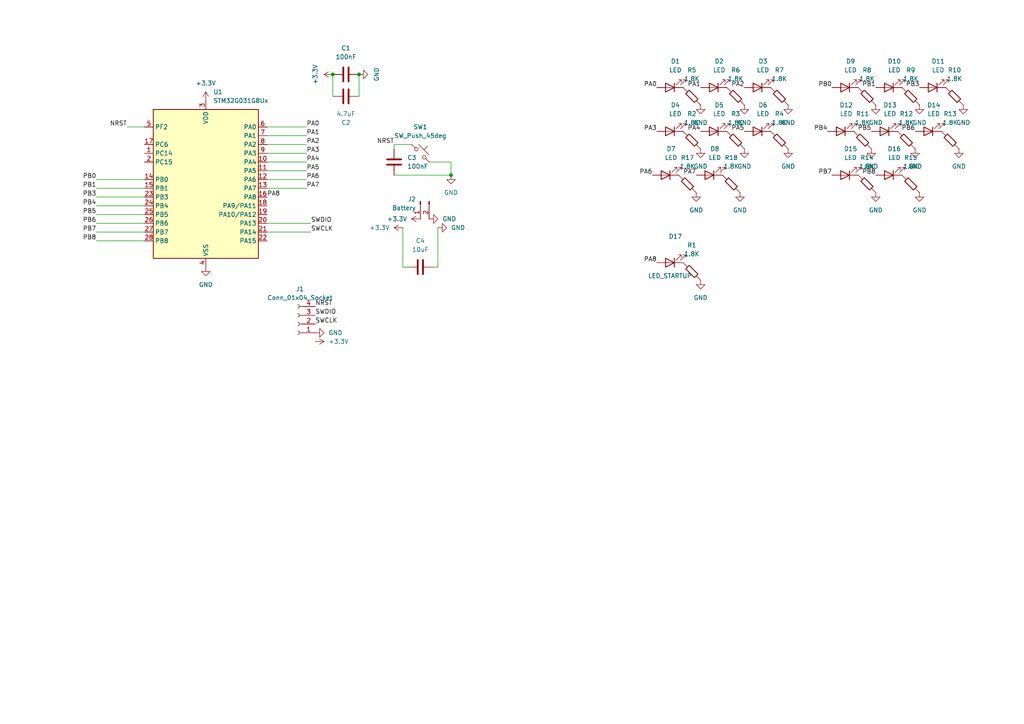
<source format=kicad_sch>
(kicad_sch (version 20250114) (generator "eeschema") (generator_version "9.0")
  (paper "A4")
  (lib_symbols
    (symbol "Connector:Conn_01x02_Pin" (pin_names (offset 1.016) (hide yes))
      (property "Reference" "J" (at 0 2.54 0))
      (property "Value" "Conn_01x02_Pin" (at 0 -5.08 0))
      (symbol "Conn_01x02_Pin_1_1"
        (rectangle (start 0.8636 0.127) (end 0 -0.127) (stroke (width 0.1524)) (fill (type outline)))
        (rectangle (start 0.8636 -2.413) (end 0 -2.667) (stroke (width 0.1524)) (fill (type outline)))
        (polyline (pts (xy 1.27 0) (xy 0.8636 0)) (stroke (width 0.1524)))
        (polyline (pts (xy 1.27 -2.54) (xy 0.8636 -2.54)) (stroke (width 0.1524)))
        (pin passive line (at 5.08 0 180) (length 3.81) (name "Pin_1") (number "1"))
        (pin passive line (at 5.08 -2.54 180) (length 3.81) (name "Pin_2") (number "2"))
      )
    )
    (symbol "Connector:Conn_01x04_Socket" (pin_names (offset 1.016) (hide yes))
      (property "Reference" "J" (at 0 5.08 0))
      (property "Value" "Conn_01x04_Socket" (at 0 -7.62 0))
      (symbol "Conn_01x04_Socket_1_1"
        (polyline (pts (xy -1.27 2.54) (xy -0.508 2.54)) (stroke (width 0.1524)))
        (polyline (pts (xy -1.27 0) (xy -0.508 0)) (stroke (width 0.1524)))
        (polyline (pts (xy -1.27 -2.54) (xy -0.508 -2.54)) (stroke (width 0.1524)))
        (polyline (pts (xy -1.27 -5.08) (xy -0.508 -5.08)) (stroke (width 0.1524)))
        (arc (start 0 2.032) (mid -0.5058 2.54) (end 0 3.048) (stroke (width 0.1524)))
        (arc (start 0 -0.508) (mid -0.5058 0) (end 0 0.508) (stroke (width 0.1524)))
        (arc (start 0 -3.048) (mid -0.5058 -2.54) (end 0 -2.032) (stroke (width 0.1524)))
        (arc (start 0 -5.588) (mid -0.5058 -5.08) (end 0 -4.572) (stroke (width 0.1524)))
        (pin passive line (at -5.08 2.54 0) (length 3.81) (name "Pin_1") (number "1"))
        (pin passive line (at -5.08 0 0) (length 3.81) (name "Pin_2") (number "2"))
        (pin passive line (at -5.08 -2.54 0) (length 3.81) (name "Pin_3") (number "3"))
        (pin passive line (at -5.08 -5.08 0) (length 3.81) (name "Pin_4") (number "4"))
      )
    )
    (symbol "Device:C" (pin_numbers (hide yes)) (pin_names (offset 0.254))
      (property "Reference" "C" (at 0.635 2.54 0))
      (property "Value" "C" (at 0.635 -2.54 0))
      (symbol "C_0_1"
        (polyline (pts (xy -2.032 0.762) (xy 2.032 0.762)) (stroke (width 0.508)))
        (polyline (pts (xy -2.032 -0.762) (xy 2.032 -0.762)) (stroke (width 0.508)))
      )
      (symbol "C_1_1"
        (pin passive line (at 0 3.81 270) (length 2.794) (name "~") (number "1"))
        (pin passive line (at 0 -3.81 90) (length 2.794) (name "~") (number "2"))
      )
    )
    (symbol "Device:LED" (pin_numbers (hide yes)) (pin_names (offset 1.016) (hide yes))
      (property "Reference" "D" (at 0 2.54 0))
      (property "Value" "LED" (at 0 -2.54 0))
      (symbol "LED_0_1"
        (polyline (pts (xy -3.048 -0.762) (xy -4.572 -2.286) (xy -3.81 -2.286) (xy -4.572 -2.286) (xy -4.572 -1.524)))
        (polyline (pts (xy -1.778 -0.762) (xy -3.302 -2.286) (xy -2.54 -2.286) (xy -3.302 -2.286) (xy -3.302 -1.524)))
        (polyline (pts (xy -1.27 0) (xy 1.27 0)))
        (polyline (pts (xy -1.27 -1.27) (xy -1.27 1.27)) (stroke (width 0.254)))
        (polyline (pts (xy 1.27 -1.27) (xy 1.27 1.27) (xy -1.27 0) (xy 1.27 -1.27)) (stroke (width 0.254)))
      )
      (symbol "LED_1_1"
        (pin passive line (at -3.81 0 0) (length 2.54) (name "K") (number "1"))
        (pin passive line (at 3.81 0 180) (length 2.54) (name "A") (number "2"))
      )
    )
    (symbol "Device:R_45deg" (pin_numbers (hide yes)) (pin_names (offset 0))
      (property "Reference" "R" (at 5.08 2.54 0))
      (property "Value" "R_45deg" (at 8.255 0.635 0))
      (symbol "R_45deg_0_1"
        (polyline (pts (xy -2.54 2.54) (xy -1.27 1.27)))
        (polyline (pts (xy 1.27 -1.27) (xy 2.54 -2.54)))
      )
      (symbol "R_45deg_1_1"
        (polyline (pts (xy -1.778 0.762) (xy 0.762 -1.778) (xy 1.778 -0.762) (xy -0.762 1.778) (xy -1.778 0.762)) (stroke (width 0.254)))
        (pin passive line (at -2.54 2.54 0) (length 0) (name "~") (number "1"))
        (pin passive line (at 2.54 -2.54 180) (length 0) (name "~") (number "2"))
      )
    )
    (symbol "MCU_ST_STM32G0:STM32G031G8Ux"
      (property "Reference" "U" (at -15.24 24.13 0))
      (property "Value" "STM32G031G8Ux" (at 2.54 24.13 0))
      (symbol "STM32G031G8Ux_0_1"
        (rectangle (start -15.24 -20.32) (end 15.24 22.86) (stroke (width 0.254)) (fill (type background)))
      )
      (symbol "STM32G031G8Ux_1_1"
        (pin bidirectional line (at -17.78 17.78 0) (length 2.54) (name "PF2") (number "5"))
        (pin bidirectional line (at -17.78 12.7 0) (length 2.54) (name "PC6") (number "17"))
        (pin bidirectional line (at -17.78 10.16 0) (length 2.54) (name "PC14") (number "1"))
        (pin bidirectional line (at -17.78 7.62 0) (length 2.54) (name "PC15") (number "2"))
        (pin bidirectional line (at -17.78 2.54 0) (length 2.54) (name "PB0") (number "14"))
        (pin bidirectional line (at -17.78 0 0) (length 2.54) (name "PB1") (number "15"))
        (pin bidirectional line (at -17.78 -2.54 0) (length 2.54) (name "PB3") (number "23"))
        (pin bidirectional line (at -17.78 -5.08 0) (length 2.54) (name "PB4") (number "24"))
        (pin bidirectional line (at -17.78 -7.62 0) (length 2.54) (name "PB5") (number "25"))
        (pin bidirectional line (at -17.78 -10.16 0) (length 2.54) (name "PB6") (number "26"))
        (pin bidirectional line (at -17.78 -12.7 0) (length 2.54) (name "PB7") (number "27"))
        (pin bidirectional line (at -17.78 -15.24 0) (length 2.54) (name "PB8") (number "28"))
        (pin power_in line (at 0 25.4 270) (length 2.54) (name "VDD") (number "3"))
        (pin power_in line (at 0 -22.86 90) (length 2.54) (name "VSS") (number "4"))
        (pin bidirectional line (at 17.78 17.78 180) (length 2.54) (name "PA0") (number "6"))
        (pin bidirectional line (at 17.78 15.24 180) (length 2.54) (name "PA1") (number "7"))
        (pin bidirectional line (at 17.78 12.7 180) (length 2.54) (name "PA2") (number "8"))
        (pin bidirectional line (at 17.78 10.16 180) (length 2.54) (name "PA3") (number "9"))
        (pin bidirectional line (at 17.78 7.62 180) (length 2.54) (name "PA4") (number "10"))
        (pin bidirectional line (at 17.78 5.08 180) (length 2.54) (name "PA5") (number "11"))
        (pin bidirectional line (at 17.78 2.54 180) (length 2.54) (name "PA6") (number "12"))
        (pin bidirectional line (at 17.78 0 180) (length 2.54) (name "PA7") (number "13"))
        (pin bidirectional line (at 17.78 -2.54 180) (length 2.54) (name "PA8") (number "16"))
        (pin bidirectional line (at 17.78 -5.08 180) (length 2.54) (name "PA9/PA11") (number "18"))
        (pin bidirectional line (at 17.78 -7.62 180) (length 2.54) (name "PA10/PA12") (number "19"))
        (pin bidirectional line (at 17.78 -10.16 180) (length 2.54) (name "PA13") (number "20"))
        (pin bidirectional line (at 17.78 -12.7 180) (length 2.54) (name "PA14") (number "21"))
        (pin bidirectional line (at 17.78 -15.24 180) (length 2.54) (name "PA15") (number "22"))
      )
    )
    (symbol "Switch:SW_Push_45deg" (pin_numbers (hide yes)) (pin_names (offset 1.016) (hide yes))
      (property "Reference" "SW" (at 3.048 1.016 0))
      (property "Value" "SW_Push_45deg" (at 0 -3.81 0))
      (symbol "SW_Push_45deg_0_1"
        (polyline (pts (xy -2.54 2.54) (xy -1.524 1.524) (xy -1.524 1.524)))
        (circle (center -1.1684 1.1684) (radius 0.508))
        (polyline (pts (xy -0.508 2.54) (xy 2.54 -0.508)))
        (polyline (pts (xy 1.016 1.016) (xy 2.032 2.032)))
        (circle (center 1.143 -1.1938) (radius 0.508))
        (polyline (pts (xy 1.524 -1.524) (xy 2.54 -2.54) (xy 2.54 -2.54) (xy 2.54 -2.54)))
        (pin passive line (at -2.54 2.54 0) (length 0) (name "1") (number "1"))
        (pin passive line (at 2.54 -2.54 180) (length 0) (name "2") (number "2"))
      )
    )
    (symbol "power:+3.3V" (power) (pin_numbers (hide yes)) (pin_names (offset 0) (hide yes))
      (property "Value" "+3.3V" (at 0 3.556 0))
      (symbol "+3.3V_0_1"
        (polyline (pts (xy -0.762 1.27) (xy 0 2.54)))
        (polyline (pts (xy 0 2.54) (xy 0.762 1.27)))
        (polyline (pts (xy 0 0) (xy 0 2.54)))
      )
      (symbol "+3.3V_1_1"
        (pin power_in line (at 0 0 90) (length 0) (name "~") (number "1"))
      )
    )
    (symbol "power:GND" (power) (pin_numbers (hide yes)) (pin_names (offset 0) (hide yes))
      (property "Value" "GND" (at 0 -3.81 0))
      (symbol "GND_0_1"
        (polyline (pts (xy 0 0) (xy 0 -1.27) (xy 1.27 -1.27) (xy 0 -2.54) (xy -1.27 -1.27) (xy 0 -1.27)))
      )
      (symbol "GND_1_1"
        (pin power_in line (at 0 0 270) (length 0) (name "~") (number "1"))
      )
    )
  )
  (junction (at 104.14 21.59))
  (junction (at 130.81 50.8))
  (junction (at 96.52 21.59))
  (wire (pts (xy 130.81 46.99) (xy 124.46 46.99)))
  (wire (pts (xy 90.17 67.31) (xy 77.47 67.31)))
  (wire (pts (xy 88.9 39.37) (xy 77.47 39.37)))
  (wire (pts (xy 88.9 54.61) (xy 77.47 54.61)))
  (wire (pts (xy 114.3 43.18) (xy 114.3 41.91)))
  (wire (pts (xy 27.94 67.31) (xy 41.91 67.31)))
  (wire (pts (xy 88.9 44.45) (xy 77.47 44.45)))
  (wire (pts (xy 88.9 52.07) (xy 77.47 52.07)))
  (wire (pts (xy 130.81 50.8) (xy 130.81 46.99)))
  (wire (pts (xy 27.94 64.77) (xy 41.91 64.77)))
  (wire (pts (xy 104.14 21.59) (xy 104.14 27.94)))
  (wire (pts (xy 27.94 52.07) (xy 41.91 52.07)))
  (wire (pts (xy 88.9 49.53) (xy 77.47 49.53)))
  (wire (pts (xy 88.9 46.99) (xy 77.47 46.99)))
  (wire (pts (xy 114.3 50.8) (xy 130.81 50.8)))
  (wire (pts (xy 90.17 64.77) (xy 77.47 64.77)))
  (wire (pts (xy 27.94 54.61) (xy 41.91 54.61)))
  (wire (pts (xy 116.84 66.04) (xy 116.84 77.47)))
  (wire (pts (xy 116.84 77.47) (xy 118.11 77.47)))
  (wire (pts (xy 127 66.04) (xy 127 77.47)))
  (wire (pts (xy 27.94 69.85) (xy 41.91 69.85)))
  (wire (pts (xy 88.9 36.83) (xy 77.47 36.83)))
  (wire (pts (xy 36.83 36.83) (xy 41.91 36.83)))
  (wire (pts (xy 27.94 62.23) (xy 41.91 62.23)))
  (wire (pts (xy 96.52 21.59) (xy 96.52 27.94)))
  (wire (pts (xy 27.94 59.69) (xy 41.91 59.69)))
  (wire (pts (xy 127 77.47) (xy 125.73 77.47)))
  (wire (pts (xy 27.94 57.15) (xy 41.91 57.15)))
  (wire (pts (xy 114.3 41.91) (xy 119.38 41.91)))
  (wire (pts (xy 88.9 41.91) (xy 77.47 41.91)))
  (label "PB4" (at 240.03 38.1 180))
  (label "PB8" (at 254 50.8 180))
  (label "PB1" (at 27.94 54.61 180))
  (label "PB3" (at 27.94 57.15 180))
  (label "PA2" (at 215.9 25.4 180))
  (label "PA0" (at 88.9 36.83 0))
  (label "PA1" (at 203.2 25.4 180))
  (label "SWDIO" (at 91.44 91.44 0))
  (label "PB6" (at 265.43 38.1 180))
  (label "PA1" (at 88.9 39.37 0))
  (label "PA2" (at 88.9 41.91 0))
  (label "PA7" (at 88.9 54.61 0))
  (label "PA3" (at 190.5 38.1 180))
  (label "PA0" (at 190.5 25.4 180))
  (label "NRST" (at 36.83 36.83 180))
  (label "PB3" (at 266.7 25.4 180))
  (label "SWCLK" (at 90.17 67.31 0))
  (label "PB7" (at 241.3 50.8 180))
  (label "PB0" (at 27.94 52.07 180))
  (label "PA8" (at 77.47 57.15 0))
  (label "PB8" (at 27.94 69.85 180))
  (label "SWCLK" (at 91.44 93.98 0))
  (label "PA7" (at 201.93 50.8 180))
  (label "PB5" (at 27.94 62.23 180))
  (label "PA5" (at 215.9 38.1 180))
  (label "SWDIO" (at 90.17 64.77 0))
  (label "PA6" (at 189.23 50.8 180))
  (label "PB1" (at 254 25.4 180))
  (label "PB6" (at 27.94 64.77 180))
  (label "PA4" (at 88.9 46.99 0))
  (label "PB4" (at 27.94 59.69 180))
  (label "PA4" (at 203.2 38.1 180))
  (label "PA3" (at 88.9 44.45 0))
  (label "NRST" (at 114.3 41.91 180))
  (label "PB0" (at 241.3 25.4 180))
  (label "PA5" (at 88.9 49.53 0))
  (label "PA6" (at 88.9 52.07 0))
  (label "PA8" (at 190.5 76.2 180))
  (label "NRST" (at 91.44 88.9 0))
  (label "PB5" (at 252.73 38.1 180))
  (label "PB7" (at 27.94 67.31 180))
  (symbol (lib_id "Device:LED") (at 193.04 50.8 180) (unit 1)
    (property "Reference" "D7" (at 194.6275 43.18 0))
    (property "Value" "LED" (at 194.6275 45.72 0))
    (property "Footprint" "LED_SMD:LED_0603_1608Metric" (effects (hide yes)))
    (property "Description" "Light emitting diode" (effects (hide yes)))
    (property "Sim.Pins" "1=K 2=A" (effects (hide yes)))
  )
  (symbol (lib_id "power:GND") (at 252.73 43.18 0) (unit 1)
    (property "Reference" "#PWR018" (effects (hide yes)))
    (property "Value" "GND" (at 252.73 48.26 0))
    (property "Description" "Power symbol creates a global label with name \"GND\" , ground" (effects (hide yes)))
  )
  (symbol (lib_id "power:GND") (at 104.14 21.59 90) (unit 1)
    (property "Reference" "#PWR04" (effects (hide yes)))
    (property "Value" "GND" (at 109.22 21.59 0))
    (property "Description" "Power symbol creates a global label with name \"GND\" , ground" (effects (hide yes)))
  )
  (symbol (lib_id "power:GND") (at 203.2 81.28 0) (unit 1)
    (property "Reference" "#PWR08" (effects (hide yes)))
    (property "Value" "GND" (at 203.2 86.36 0))
    (property "Description" "Power symbol creates a global label with name \"GND\" , ground" (effects (hide yes)))
  )
  (symbol (lib_id "Device:LED") (at 245.11 25.4 180) (unit 1)
    (property "Reference" "D9" (at 246.6975 17.78 0))
    (property "Value" "LED" (at 246.6975 20.32 0))
    (property "Footprint" "LED_SMD:LED_0603_1608Metric" (effects (hide yes)))
    (property "Description" "Light emitting diode" (effects (hide yes)))
    (property "Sim.Pins" "1=K 2=A" (effects (hide yes)))
  )
  (symbol (lib_id "power:GND") (at 266.7 30.48 0) (unit 1)
    (property "Reference" "#PWR016" (effects (hide yes)))
    (property "Value" "GND" (at 266.7 35.56 0))
    (property "Description" "Power symbol creates a global label with name \"GND\" , ground" (effects (hide yes)))
  )
  (symbol (lib_id "MCU_ST_STM32G0:STM32G031G8Ux") (at 59.69 54.61 0) (unit 1)
    (property "Reference" "U1" (at 61.8333 26.67 0) (effects (justify left)))
    (property "Value" "STM32G031G8Ux" (at 61.8333 29.21 0) (effects (justify left)))
    (property "Footprint" "Package_DFN_QFN:QFN-28_4x4mm_P0.5mm" (effects (hide yes)))
    (property "Datasheet" "https://www.st.com/resource/en/datasheet/stm32g031g8.pdf" (effects (hide yes)))
    (property "Description" "STMicroelectronics Arm Cortex-M0+ MCU, 64KB flash, 8KB RAM, 64 MHz, 1.7-3.6V, 26 GPIO, UFQFPN28" (effects (hide yes)))
  )
  (symbol (lib_id "Device:R_45deg") (at 250.19 40.64 0) (unit 1)
    (property "Reference" "R11" (at 250.19 33.02 0))
    (property "Value" "1.8K" (at 250.19 35.56 0))
    (property "Footprint" "Resistor_SMD:R_0402_1005Metric" (effects (hide yes)))
    (property "Description" "Resistor, rotated by 45°" (effects (hide yes)))
  )
  (symbol (lib_id "Device:R_45deg") (at 199.39 53.34 0) (unit 1)
    (property "Reference" "R17" (at 199.39 45.72 0))
    (property "Value" "1.8K" (at 199.39 48.26 0))
    (property "Footprint" "Resistor_SMD:R_0402_1005Metric" (effects (hide yes)))
    (property "Description" "Resistor, rotated by 45°" (effects (hide yes)))
  )
  (symbol (lib_id "Device:R_45deg") (at 264.16 53.34 0) (unit 1)
    (property "Reference" "R15" (at 264.16 45.72 0))
    (property "Value" "1.8K" (at 264.16 48.26 0))
    (property "Footprint" "Resistor_SMD:R_0402_1005Metric" (effects (hide yes)))
    (property "Description" "Resistor, rotated by 45°" (effects (hide yes)))
  )
  (symbol (lib_id "power:GND") (at 91.44 96.52 90) (unit 1)
    (property "Reference" "#PWR023" (effects (hide yes)))
    (property "Value" "GND" (at 95.25 96.5199 90) (effects (justify right)))
    (property "Description" "Power symbol creates a global label with name \"GND\" , ground" (effects (hide yes)))
  )
  (symbol (lib_id "power:GND") (at 124.46 63.5 90) (unit 1)
    (property "Reference" "#PWR027" (effects (hide yes)))
    (property "Value" "GND" (at 128.27 63.4999 90) (effects (justify right)))
    (property "Description" "Power symbol creates a global label with name \"GND\" , ground" (effects (hide yes)))
  )
  (symbol (lib_id "power:+3.3V") (at 91.44 99.06 270) (unit 1)
    (property "Reference" "#PWR026" (effects (hide yes)))
    (property "Value" "+3.3V" (at 95.25 99.0599 90) (effects (justify left)))
    (property "Description" "Power symbol creates a global label with name \"+3.3V\"" (effects (hide yes)))
  )
  (symbol (lib_id "Device:R_45deg") (at 200.66 78.74 0) (unit 1)
    (property "Reference" "R1" (at 200.66 71.12 0))
    (property "Value" "1.8K" (at 200.66 73.66 0))
    (property "Footprint" "Resistor_SMD:R_0402_1005Metric" (effects (hide yes)))
    (property "Description" "Resistor, rotated by 45°" (effects (hide yes)))
  )
  (symbol (lib_id "Device:LED") (at 205.74 50.8 180) (unit 1)
    (property "Reference" "D8" (at 207.3275 43.18 0))
    (property "Value" "LED" (at 207.3275 45.72 0))
    (property "Footprint" "LED_SMD:LED_0603_1608Metric" (effects (hide yes)))
    (property "Description" "Light emitting diode" (effects (hide yes)))
    (property "Sim.Pins" "1=K 2=A" (effects (hide yes)))
  )
  (symbol (lib_id "Device:R_45deg") (at 200.66 40.64 0) (unit 1)
    (property "Reference" "R2" (at 200.66 33.02 0))
    (property "Value" "1.8K" (at 200.66 35.56 0))
    (property "Footprint" "Resistor_SMD:R_0402_1005Metric" (effects (hide yes)))
    (property "Description" "Resistor, rotated by 45°" (effects (hide yes)))
  )
  (symbol (lib_id "power:GND") (at 130.81 50.8 0) (unit 1)
    (property "Reference" "#PWR05" (effects (hide yes)))
    (property "Value" "GND" (at 130.81 55.88 0))
    (property "Description" "Power symbol creates a global label with name \"GND\" , ground" (effects (hide yes)))
  )
  (symbol (lib_id "Device:LED") (at 219.71 25.4 180) (unit 1)
    (property "Reference" "D3" (at 221.2975 17.78 0))
    (property "Value" "LED" (at 221.2975 20.32 0))
    (property "Footprint" "LED_SMD:LED_0603_1608Metric" (effects (hide yes)))
    (property "Description" "Light emitting diode" (effects (hide yes)))
    (property "Sim.Pins" "1=K 2=A" (effects (hide yes)))
  )
  (symbol (lib_id "power:GND") (at 203.2 43.18 0) (unit 1)
    (property "Reference" "#PWR09" (effects (hide yes)))
    (property "Value" "GND" (at 203.2 48.26 0))
    (property "Description" "Power symbol creates a global label with name \"GND\" , ground" (effects (hide yes)))
  )
  (symbol (lib_id "Device:R_45deg") (at 226.06 27.94 0) (unit 1)
    (property "Reference" "R7" (at 226.06 20.32 0))
    (property "Value" "1.8K" (at 226.06 22.86 0))
    (property "Footprint" "Resistor_SMD:R_0402_1005Metric" (effects (hide yes)))
    (property "Description" "Resistor, rotated by 45°" (effects (hide yes)))
  )
  (symbol (lib_id "Device:LED") (at 257.81 50.8 180) (unit 1)
    (property "Reference" "D16" (at 259.3975 43.18 0))
    (property "Value" "LED" (at 259.3975 45.72 0))
    (property "Footprint" "LED_SMD:LED_0603_1608Metric" (effects (hide yes)))
    (property "Description" "Light emitting diode" (effects (hide yes)))
    (property "Sim.Pins" "1=K 2=A" (effects (hide yes)))
  )
  (symbol (lib_id "Device:C") (at 100.33 27.94 90) (mirror x) (unit 1)
    (property "Reference" "C2" (at 100.33 35.56 90))
    (property "Value" "4.7uF" (at 100.33 33.02 90))
    (property "Footprint" "Capacitor_SMD:C_0805_2012Metric" (effects (hide yes)))
    (property "Description" "Unpolarized capacitor" (effects (hide yes)))
  )
  (symbol (lib_id "Device:R_45deg") (at 200.66 27.94 0) (unit 1)
    (property "Reference" "R5" (at 200.66 20.32 0))
    (property "Value" "1.8K" (at 200.66 22.86 0))
    (property "Footprint" "Resistor_SMD:R_0402_1005Metric" (effects (hide yes)))
    (property "Description" "Resistor, rotated by 45°" (effects (hide yes)))
  )
  (symbol (lib_id "Device:C") (at 114.3 46.99 180) (unit 1)
    (property "Reference" "C3" (at 118.11 45.7199 0) (effects (justify right)))
    (property "Value" "100nF" (at 118.11 48.2599 0) (effects (justify right)))
    (property "Footprint" "Capacitor_SMD:C_0603_1608Metric" (effects (hide yes)))
    (property "Description" "Unpolarized capacitor" (effects (hide yes)))
  )
  (symbol (lib_id "power:GND") (at 254 30.48 0) (unit 1)
    (property "Reference" "#PWR015" (effects (hide yes)))
    (property "Value" "GND" (at 254 35.56 0))
    (property "Description" "Power symbol creates a global label with name \"GND\" , ground" (effects (hide yes)))
  )
  (symbol (lib_id "power:GND") (at 127 66.04 90) (unit 1)
    (property "Reference" "#PWR07" (effects (hide yes)))
    (property "Value" "GND" (at 130.81 66.0399 90) (effects (justify right)))
    (property "Description" "Power symbol creates a global label with name \"GND\" , ground" (effects (hide yes)))
  )
  (symbol (lib_id "power:+3.3V") (at 121.92 63.5 90) (unit 1)
    (property "Reference" "#PWR028" (effects (hide yes)))
    (property "Value" "+3.3V" (at 118.11 63.4999 90) (effects (justify left)))
    (property "Description" "Power symbol creates a global label with name \"+3.3V\"" (effects (hide yes)))
  )
  (symbol (lib_id "Device:LED") (at 243.84 38.1 180) (unit 1)
    (property "Reference" "D12" (at 245.4275 30.48 0))
    (property "Value" "LED" (at 245.4275 33.02 0))
    (property "Footprint" "LED_SMD:LED_0603_1608Metric" (effects (hide yes)))
    (property "Description" "Light emitting diode" (effects (hide yes)))
    (property "Sim.Pins" "1=K 2=A" (effects (hide yes)))
  )
  (symbol (lib_id "Device:C") (at 100.33 21.59 90) (unit 1)
    (property "Reference" "C1" (at 100.33 13.97 90))
    (property "Value" "100nF" (at 100.33 16.51 90))
    (property "Footprint" "Capacitor_SMD:C_0603_1608Metric" (effects (hide yes)))
    (property "Description" "Unpolarized capacitor" (effects (hide yes)))
  )
  (symbol (lib_id "Device:R_45deg") (at 251.46 27.94 0) (unit 1)
    (property "Reference" "R8" (at 251.46 20.32 0))
    (property "Value" "1.8K" (at 251.46 22.86 0))
    (property "Footprint" "Resistor_SMD:R_0402_1005Metric" (effects (hide yes)))
    (property "Description" "Resistor, rotated by 45°" (effects (hide yes)))
  )
  (symbol (lib_id "power:GND") (at 228.6 43.18 0) (unit 1)
    (property "Reference" "#PWR011" (effects (hide yes)))
    (property "Value" "GND" (at 228.6 48.26 0))
    (property "Description" "Power symbol creates a global label with name \"GND\" , ground" (effects (hide yes)))
  )
  (symbol (lib_id "power:GND") (at 214.63 55.88 0) (unit 1)
    (property "Reference" "#PWR025" (effects (hide yes)))
    (property "Value" "GND" (at 214.63 60.96 0))
    (property "Description" "Power symbol creates a global label with name \"GND\" , ground" (effects (hide yes)))
  )
  (symbol (lib_id "power:GND") (at 279.4 30.48 0) (unit 1)
    (property "Reference" "#PWR017" (effects (hide yes)))
    (property "Value" "GND" (at 279.4 35.56 0))
    (property "Description" "Power symbol creates a global label with name \"GND\" , ground" (effects (hide yes)))
  )
  (symbol (lib_id "Device:LED") (at 257.81 25.4 180) (unit 1)
    (property "Reference" "D10" (at 259.3975 17.78 0))
    (property "Value" "LED" (at 259.3975 20.32 0))
    (property "Footprint" "LED_SMD:LED_0603_1608Metric" (effects (hide yes)))
    (property "Description" "Light emitting diode" (effects (hide yes)))
    (property "Sim.Pins" "1=K 2=A" (effects (hide yes)))
  )
  (symbol (lib_id "Device:LED") (at 269.24 38.1 180) (unit 1)
    (property "Reference" "D14" (at 270.8275 30.48 0))
    (property "Value" "LED" (at 270.8275 33.02 0))
    (property "Footprint" "LED_SMD:LED_0603_1608Metric" (effects (hide yes)))
    (property "Description" "Light emitting diode" (effects (hide yes)))
    (property "Sim.Pins" "1=K 2=A" (effects (hide yes)))
  )
  (symbol (lib_id "Switch:SW_Push_45deg") (at 121.92 44.45 0) (unit 1)
    (property "Reference" "SW1" (at 121.92 36.83 0))
    (property "Value" "SW_Push_45deg" (at 121.92 39.37 0))
    (property "Footprint" "Button_Switch_SMD:SW_Push_SPST_NO_Alps_SKRK" (effects (hide yes)))
    (property "Description" "Push button switch, normally open, two pins, 45° tilted" (effects (hide yes)))
  )
  (symbol (lib_id "Device:R_45deg") (at 251.46 53.34 0) (unit 1)
    (property "Reference" "R14" (at 251.46 45.72 0))
    (property "Value" "1.8K" (at 251.46 48.26 0))
    (property "Footprint" "Resistor_SMD:R_0402_1005Metric" (effects (hide yes)))
    (property "Description" "Resistor, rotated by 45°" (effects (hide yes)))
  )
  (symbol (lib_id "Device:R_45deg") (at 276.86 27.94 0) (unit 1)
    (property "Reference" "R10" (at 276.86 20.32 0))
    (property "Value" "1.8K" (at 276.86 22.86 0))
    (property "Footprint" "Resistor_SMD:R_0402_1005Metric" (effects (hide yes)))
    (property "Description" "Resistor, rotated by 45°" (effects (hide yes)))
  )
  (symbol (lib_id "power:GND") (at 266.7 55.88 0) (unit 1)
    (property "Reference" "#PWR022" (effects (hide yes)))
    (property "Value" "GND" (at 266.7 60.96 0))
    (property "Description" "Power symbol creates a global label with name \"GND\" , ground" (effects (hide yes)))
  )
  (symbol (lib_id "power:GND") (at 215.9 43.18 0) (unit 1)
    (property "Reference" "#PWR010" (effects (hide yes)))
    (property "Value" "GND" (at 215.9 48.26 0))
    (property "Description" "Power symbol creates a global label with name \"GND\" , ground" (effects (hide yes)))
  )
  (symbol (lib_id "Connector:Conn_01x04_Socket") (at 86.36 93.98 180) (unit 1)
    (property "Reference" "J1" (at 86.995 83.82 0))
    (property "Value" "Conn_01x04_Socket" (at 86.995 86.36 0))
    (property "Footprint" "Connector_PinSocket_2.54mm:PinSocket_2x02_P2.54mm_Vertical_SMD" (effects (hide yes)))
    (property "Description" "Generic connector, single row, 01x04, script generated" (effects (hide yes)))
  )
  (symbol (lib_id "Device:LED") (at 194.31 76.2 180) (unit 1)
    (property "Reference" "D17" (at 195.8975 68.58 0))
    (property "Value" "LED_STARTUP" (at 194.31 80.01 0))
    (property "Footprint" "LED_SMD:LED_0603_1608Metric" (effects (hide yes)))
    (property "Description" "Light emitting diode" (effects (hide yes)))
    (property "Sim.Pins" "1=K 2=A" (effects (hide yes)))
  )
  (symbol (lib_id "Device:LED") (at 194.31 38.1 180) (unit 1)
    (property "Reference" "D4" (at 195.8975 30.48 0))
    (property "Value" "LED" (at 195.8975 33.02 0))
    (property "Footprint" "LED_SMD:LED_0603_1608Metric" (effects (hide yes)))
    (property "Description" "Light emitting diode" (effects (hide yes)))
    (property "Sim.Pins" "1=K 2=A" (effects (hide yes)))
  )
  (symbol (lib_id "Device:LED") (at 207.01 25.4 180) (unit 1)
    (property "Reference" "D2" (at 208.5975 17.78 0))
    (property "Value" "LED" (at 208.5975 20.32 0))
    (property "Footprint" "LED_SMD:LED_0603_1608Metric" (effects (hide yes)))
    (property "Description" "Light emitting diode" (effects (hide yes)))
    (property "Sim.Pins" "1=K 2=A" (effects (hide yes)))
  )
  (symbol (lib_id "power:GND") (at 201.93 55.88 0) (unit 1)
    (property "Reference" "#PWR024" (effects (hide yes)))
    (property "Value" "GND" (at 201.93 60.96 0))
    (property "Description" "Power symbol creates a global label with name \"GND\" , ground" (effects (hide yes)))
  )
  (symbol (lib_id "Device:LED") (at 245.11 50.8 180) (unit 1)
    (property "Reference" "D15" (at 246.6975 43.18 0))
    (property "Value" "LED" (at 246.6975 45.72 0))
    (property "Footprint" "LED_SMD:LED_0603_1608Metric" (effects (hide yes)))
    (property "Description" "Light emitting diode" (effects (hide yes)))
    (property "Sim.Pins" "1=K 2=A" (effects (hide yes)))
  )
  (symbol (lib_id "power:GND") (at 215.9 30.48 0) (unit 1)
    (property "Reference" "#PWR013" (effects (hide yes)))
    (property "Value" "GND" (at 215.9 35.56 0))
    (property "Description" "Power symbol creates a global label with name \"GND\" , ground" (effects (hide yes)))
  )
  (symbol (lib_id "power:GND") (at 59.69 77.47 0) (unit 1)
    (property "Reference" "#PWR02" (effects (hide yes)))
    (property "Value" "GND" (at 59.69 82.55 0))
    (property "Description" "Power symbol creates a global label with name \"GND\" , ground" (effects (hide yes)))
  )
  (symbol (lib_id "power:GND") (at 254 55.88 0) (unit 1)
    (property "Reference" "#PWR021" (effects (hide yes)))
    (property "Value" "GND" (at 254 60.96 0))
    (property "Description" "Power symbol creates a global label with name \"GND\" , ground" (effects (hide yes)))
  )
  (symbol (lib_id "Device:LED") (at 219.71 38.1 180) (unit 1)
    (property "Reference" "D6" (at 221.2975 30.48 0))
    (property "Value" "LED" (at 221.2975 33.02 0))
    (property "Footprint" "LED_SMD:LED_0603_1608Metric" (effects (hide yes)))
    (property "Description" "Light emitting diode" (effects (hide yes)))
    (property "Sim.Pins" "1=K 2=A" (effects (hide yes)))
  )
  (symbol (lib_id "power:GND") (at 265.43 43.18 0) (unit 1)
    (property "Reference" "#PWR019" (effects (hide yes)))
    (property "Value" "GND" (at 265.43 48.26 0))
    (property "Description" "Power symbol creates a global label with name \"GND\" , ground" (effects (hide yes)))
  )
  (symbol (lib_id "power:GND") (at 203.2 30.48 0) (unit 1)
    (property "Reference" "#PWR012" (effects (hide yes)))
    (property "Value" "GND" (at 203.2 35.56 0))
    (property "Description" "Power symbol creates a global label with name \"GND\" , ground" (effects (hide yes)))
  )
  (symbol (lib_id "power:+3.3V") (at 96.52 21.59 90) (unit 1)
    (property "Reference" "#PWR03" (effects (hide yes)))
    (property "Value" "+3.3V" (at 91.44 21.59 0))
    (property "Description" "Power symbol creates a global label with name \"+3.3V\"" (effects (hide yes)))
  )
  (symbol (lib_id "Device:LED") (at 207.01 38.1 180) (unit 1)
    (property "Reference" "D5" (at 208.5975 30.48 0))
    (property "Value" "LED" (at 208.5975 33.02 0))
    (property "Footprint" "LED_SMD:LED_0603_1608Metric" (effects (hide yes)))
    (property "Description" "Light emitting diode" (effects (hide yes)))
    (property "Sim.Pins" "1=K 2=A" (effects (hide yes)))
  )
  (symbol (lib_id "Device:R_45deg") (at 262.89 40.64 0) (unit 1)
    (property "Reference" "R12" (at 262.89 33.02 0))
    (property "Value" "1.8K" (at 262.89 35.56 0))
    (property "Footprint" "Resistor_SMD:R_0402_1005Metric" (effects (hide yes)))
    (property "Description" "Resistor, rotated by 45°" (effects (hide yes)))
  )
  (symbol (lib_id "Device:R_45deg") (at 213.36 27.94 0) (unit 1)
    (property "Reference" "R6" (at 213.36 20.32 0))
    (property "Value" "1.8K" (at 213.36 22.86 0))
    (property "Footprint" "Resistor_SMD:R_0402_1005Metric" (effects (hide yes)))
    (property "Description" "Resistor, rotated by 45°" (effects (hide yes)))
  )
  (symbol (lib_id "Device:R_45deg") (at 212.09 53.34 0) (unit 1)
    (property "Reference" "R18" (at 212.09 45.72 0))
    (property "Value" "1.8K" (at 212.09 48.26 0))
    (property "Footprint" "Resistor_SMD:R_0402_1005Metric" (effects (hide yes)))
    (property "Description" "Resistor, rotated by 45°" (effects (hide yes)))
  )
  (symbol (lib_id "Device:C") (at 121.92 77.47 270) (unit 1)
    (property "Reference" "C4" (at 121.92 69.85 90))
    (property "Value" "10uF" (at 121.92 72.39 90))
    (property "Footprint" "Capacitor_SMD:C_0805_2012Metric" (effects (hide yes)))
    (property "Description" "Unpolarized capacitor" (effects (hide yes)))
  )
  (symbol (lib_id "Device:R_45deg") (at 264.16 27.94 0) (unit 1)
    (property "Reference" "R9" (at 264.16 20.32 0))
    (property "Value" "1.8K" (at 264.16 22.86 0))
    (property "Footprint" "Resistor_SMD:R_0402_1005Metric" (effects (hide yes)))
    (property "Description" "Resistor, rotated by 45°" (effects (hide yes)))
  )
  (symbol (lib_id "power:GND") (at 278.13 43.18 0) (unit 1)
    (property "Reference" "#PWR020" (effects (hide yes)))
    (property "Value" "GND" (at 278.13 48.26 0))
    (property "Description" "Power symbol creates a global label with name \"GND\" , ground" (effects (hide yes)))
  )
  (symbol (lib_id "Connector:Conn_01x02_Pin") (at 121.92 58.42 90) (mirror x) (unit 1)
    (property "Reference" "J2" (at 120.65 57.7849 90) (effects (justify left)))
    (property "Value" "Battery" (at 120.65 60.3249 90) (effects (justify left)))
    (property "Footprint" "Connector_PinHeader_1.00mm:PinHeader_1x02_P1.00mm_Vertical_SMD_Pin1Right" (effects (hide yes)))
    (property "Description" "Generic connector, single row, 01x02, script generated" (effects (hide yes)))
  )
  (symbol (lib_id "Device:R_45deg") (at 226.06 40.64 0) (unit 1)
    (property "Reference" "R4" (at 226.06 33.02 0))
    (property "Value" "1.8K" (at 226.06 35.56 0))
    (property "Footprint" "Resistor_SMD:R_0402_1005Metric" (effects (hide yes)))
    (property "Description" "Resistor, rotated by 45°" (effects (hide yes)))
  )
  (symbol (lib_id "power:+3.3V") (at 59.69 29.21 0) (unit 1)
    (property "Reference" "#PWR01" (effects (hide yes)))
    (property "Value" "+3.3V" (at 59.69 24.13 0))
    (property "Description" "Power symbol creates a global label with name \"+3.3V\"" (effects (hide yes)))
  )
  (symbol (lib_id "Device:R_45deg") (at 213.36 40.64 0) (unit 1)
    (property "Reference" "R3" (at 213.36 33.02 0))
    (property "Value" "1.8K" (at 213.36 35.56 0))
    (property "Footprint" "Resistor_SMD:R_0402_1005Metric" (effects (hide yes)))
    (property "Description" "Resistor, rotated by 45°" (effects (hide yes)))
  )
  (symbol (lib_id "power:GND") (at 228.6 30.48 0) (unit 1)
    (property "Reference" "#PWR014" (effects (hide yes)))
    (property "Value" "GND" (at 228.6 35.56 0))
    (property "Description" "Power symbol creates a global label with name \"GND\" , ground" (effects (hide yes)))
  )
  (symbol (lib_id "power:+3.3V") (at 116.84 66.04 90) (unit 1)
    (property "Reference" "#PWR06" (effects (hide yes)))
    (property "Value" "+3.3V" (at 113.03 66.0399 90) (effects (justify left)))
    (property "Description" "Power symbol creates a global label with name \"+3.3V\"" (effects (hide yes)))
  )
  (symbol (lib_id "Device:R_45deg") (at 275.59 40.64 0) (unit 1)
    (property "Reference" "R13" (at 275.59 33.02 0))
    (property "Value" "1.8K" (at 275.59 35.56 0))
    (property "Footprint" "Resistor_SMD:R_0402_1005Metric" (effects (hide yes)))
    (property "Description" "Resistor, rotated by 45°" (effects (hide yes)))
  )
  (symbol (lib_id "Device:LED") (at 194.31 25.4 180) (unit 1)
    (property "Reference" "D1" (at 195.8975 17.78 0))
    (property "Value" "LED" (at 195.8975 20.32 0))
    (property "Footprint" "LED_SMD:LED_0603_1608Metric" (effects (hide yes)))
    (property "Description" "Light emitting diode" (effects (hide yes)))
    (property "Sim.Pins" "1=K 2=A" (effects (hide yes)))
  )
  (symbol (lib_id "Device:LED") (at 256.54 38.1 180) (unit 1)
    (property "Reference" "D13" (at 258.1275 30.48 0))
    (property "Value" "LED" (at 258.1275 33.02 0))
    (property "Footprint" "LED_SMD:LED_0603_1608Metric" (effects (hide yes)))
    (property "Description" "Light emitting diode" (effects (hide yes)))
    (property "Sim.Pins" "1=K 2=A" (effects (hide yes)))
  )
  (symbol (lib_id "Device:LED") (at 270.51 25.4 180) (unit 1)
    (property "Reference" "D11" (at 272.0975 17.78 0))
    (property "Value" "LED" (at 272.0975 20.32 0))
    (property "Footprint" "LED_SMD:LED_0603_1608Metric" (effects (hide yes)))
    (property "Description" "Light emitting diode" (effects (hide yes)))
    (property "Sim.Pins" "1=K 2=A" (effects (hide yes)))
  )
)
</source>
